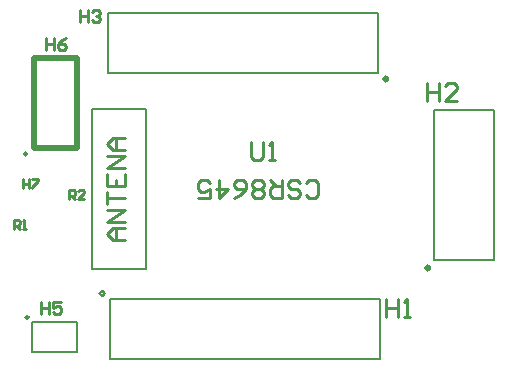
<source format=gto>
G04*
G04 #@! TF.GenerationSoftware,Altium Limited,Altium Designer,20.0.13 (296)*
G04*
G04 Layer_Color=65535*
%FSLAX25Y25*%
%MOIN*%
G70*
G01*
G75*
%ADD10C,0.01000*%
%ADD11C,0.01968*%
%ADD12C,0.00500*%
D10*
X225500Y102000D02*
G03*
X225500Y102000I-500J0D01*
G01*
X345707Y127000D02*
G03*
X345707Y127000I-707J0D01*
G01*
X251207Y55500D02*
G03*
X251207Y55500I-707J0D01*
G01*
X226000Y47500D02*
G03*
X226000Y47500I-500J0D01*
G01*
X359707Y64000D02*
G03*
X359707Y64000I-707J0D01*
G01*
X231668Y140499D02*
Y136501D01*
Y138500D01*
X234334D01*
Y140499D01*
Y136501D01*
X238332Y140499D02*
X236999Y139833D01*
X235666Y138500D01*
Y137167D01*
X236333Y136501D01*
X237666D01*
X238332Y137167D01*
Y137833D01*
X237666Y138500D01*
X235666D01*
X300001Y105999D02*
Y101001D01*
X301001Y100001D01*
X303000D01*
X304000Y101001D01*
Y105999D01*
X305999Y100001D02*
X307999D01*
X306999D01*
Y105999D01*
X305999Y104999D01*
X258075Y73277D02*
X254076D01*
X252077Y75276D01*
X254076Y77276D01*
X258075D01*
X255076D01*
Y73277D01*
X258075Y79275D02*
X252077D01*
X258075Y83274D01*
X252077D01*
Y85273D02*
Y89272D01*
Y87273D01*
X258075D01*
X252077Y95270D02*
Y91271D01*
X258075D01*
Y95270D01*
X255076Y91271D02*
Y93271D01*
X258075Y97269D02*
X252077D01*
X258075Y101268D01*
X252077D01*
X258075Y103267D02*
X254076D01*
X252077Y105267D01*
X254076Y107266D01*
X258075D01*
X255076D01*
Y103267D01*
X318377Y88272D02*
X319376Y87273D01*
X321376D01*
X322375Y88272D01*
Y92271D01*
X321376Y93271D01*
X319376D01*
X318377Y92271D01*
X312379Y88272D02*
X313378Y87273D01*
X315378D01*
X316377Y88272D01*
Y89272D01*
X315378Y90272D01*
X313378D01*
X312379Y91271D01*
Y92271D01*
X313378Y93271D01*
X315378D01*
X316377Y92271D01*
X310379Y93271D02*
Y87273D01*
X307380D01*
X306381Y88272D01*
Y90272D01*
X307380Y91271D01*
X310379D01*
X308380D02*
X306381Y93271D01*
X304381Y88272D02*
X303382Y87273D01*
X301382D01*
X300382Y88272D01*
Y89272D01*
X301382Y90272D01*
X300382Y91271D01*
Y92271D01*
X301382Y93271D01*
X303382D01*
X304381Y92271D01*
Y91271D01*
X303382Y90272D01*
X304381Y89272D01*
Y88272D01*
X303382Y90272D02*
X301382D01*
X294385Y87273D02*
X296384Y88272D01*
X298383Y90272D01*
Y92271D01*
X297383Y93271D01*
X295384D01*
X294385Y92271D01*
Y91271D01*
X295384Y90272D01*
X298383D01*
X289386Y93271D02*
Y87273D01*
X292385Y90272D01*
X288386D01*
X282388Y87273D02*
X286387D01*
Y90272D01*
X284388Y89272D01*
X283388D01*
X282388Y90272D01*
Y92271D01*
X283388Y93271D01*
X285387D01*
X286387Y92271D01*
X224001Y93499D02*
Y90500D01*
Y92000D01*
X226000D01*
Y93499D01*
Y90500D01*
X227000Y93499D02*
X228999D01*
Y93000D01*
X227000Y91000D01*
Y90500D01*
X243168Y149999D02*
Y146001D01*
Y148000D01*
X245834D01*
Y149999D01*
Y146001D01*
X247166Y149333D02*
X247833Y149999D01*
X249166D01*
X249832Y149333D01*
Y148667D01*
X249166Y148000D01*
X248499D01*
X249166D01*
X249832Y147334D01*
Y146667D01*
X249166Y146001D01*
X247833D01*
X247166Y146667D01*
X345001Y53499D02*
Y47501D01*
Y50500D01*
X349000D01*
Y53499D01*
Y47501D01*
X350999D02*
X352999D01*
X351999D01*
Y53499D01*
X350999Y52499D01*
X221001Y77000D02*
Y80000D01*
X222500D01*
X223000Y79500D01*
Y78500D01*
X222500Y78000D01*
X221001D01*
X222000D02*
X223000Y77000D01*
X224000D02*
X224999D01*
X224500D01*
Y80000D01*
X224000Y79500D01*
X239501Y87001D02*
Y90000D01*
X241000D01*
X241500Y89500D01*
Y88500D01*
X241000Y88000D01*
X239501D01*
X240500D02*
X241500Y87001D01*
X244499D02*
X242500D01*
X244499Y89000D01*
Y89500D01*
X243999Y90000D01*
X243000D01*
X242500Y89500D01*
X230168Y52499D02*
Y48501D01*
Y50500D01*
X232834D01*
Y52499D01*
Y48501D01*
X236832Y52499D02*
X234167D01*
Y50500D01*
X235499Y51166D01*
X236166D01*
X236832Y50500D01*
Y49167D01*
X236166Y48501D01*
X234833D01*
X234167Y49167D01*
X358750Y125748D02*
Y119750D01*
Y122749D01*
X362749D01*
Y125748D01*
Y119750D01*
X368747D02*
X364748D01*
X368747Y123749D01*
Y124748D01*
X367747Y125748D01*
X365748D01*
X364748Y124748D01*
D11*
X227913Y104000D02*
Y134000D01*
X242087D01*
Y104000D02*
Y134000D01*
X227913Y104000D02*
X242087D01*
D12*
X247264Y63500D02*
X264980D01*
Y117043D01*
X247264D02*
X264980D01*
X247264Y63500D02*
Y117043D01*
X252500Y149000D02*
X342500D01*
X252500Y129000D02*
Y149000D01*
Y129000D02*
X342500D01*
Y149000D01*
X253000Y33500D02*
X343000D01*
Y53500D01*
X253000D02*
X343000D01*
X253000Y33500D02*
Y53500D01*
X227000Y36000D02*
Y46000D01*
Y36000D02*
X242000D01*
Y46000D01*
X227000D02*
X242000D01*
X361000Y66500D02*
X381000D01*
X361000D02*
Y116500D01*
X381000D01*
Y66500D02*
Y116500D01*
M02*

</source>
